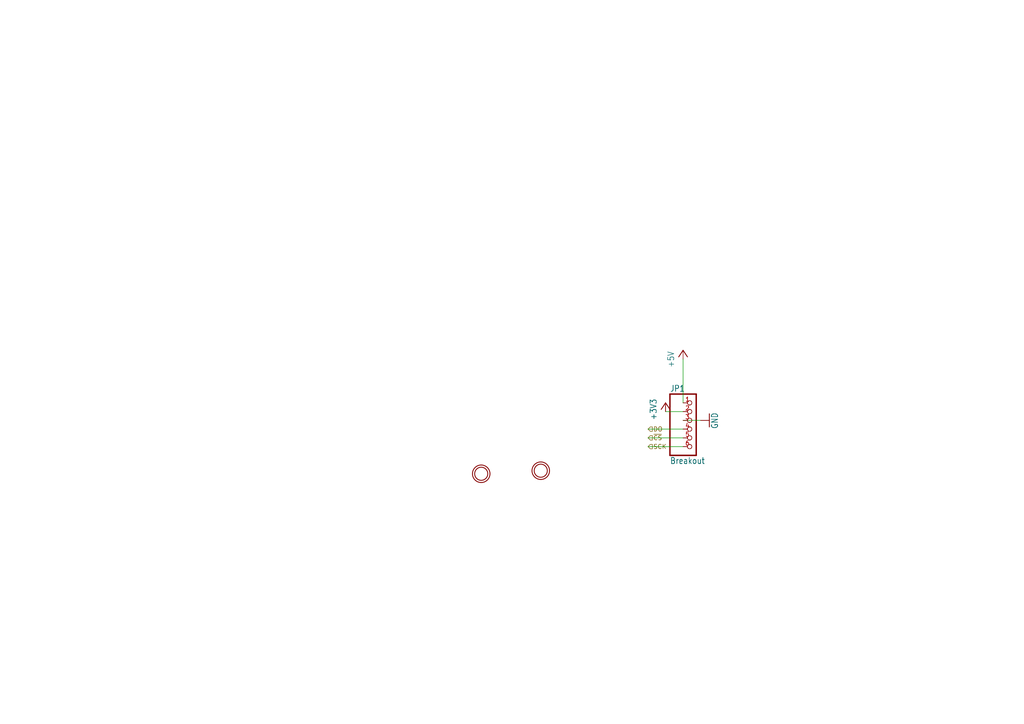
<source format=kicad_sch>
(kicad_sch (version 20230121) (generator eeschema)
  (paper "A4")
  (lib_symbols
    (symbol "Control v1-eagle-import:+3V3" (power)
      (property "Value" "+3V3" (at -2.54 -5.08 90))
      (symbol "+3V3_1_0"
        (polyline (pts (xy 0 0) (xy -1.27 -1.905)) (stroke (width 0.254)))
        (polyline (pts (xy 1.27 -1.905) (xy 0 0)) (stroke (width 0.254)))
        (pin power_in line (at 0 -2.54 90) (length 2.54) (name "+3V3") (number "1"))
      )
    )
    (symbol "Control v1-eagle-import:+5V" (power)
      (property "Value" "+5V" (at -2.54 -5.08 90))
      (symbol "+5V_1_0"
        (polyline (pts (xy 0 0) (xy -1.27 -1.905)) (stroke (width 0.254)))
        (polyline (pts (xy 1.27 -1.905) (xy 0 0)) (stroke (width 0.254)))
        (pin power_in line (at 0 -2.54 90) (length 2.54) (name "+5V") (number "1"))
      )
    )
    (symbol "Control v1-eagle-import:HEADER-1X676MIL"
      (property "Reference" "JP" (at -6.35 10.795 0))
      (symbol "HEADER-1X676MIL_1_0"
        (polyline (pts (xy -6.35 -7.62) (xy 1.27 -7.62)) (stroke (width 0.4064)))
        (polyline (pts (xy -6.35 10.16) (xy -6.35 -7.62)) (stroke (width 0.4064)))
        (polyline (pts (xy 1.27 -7.62) (xy 1.27 10.16)) (stroke (width 0.4064)))
        (polyline (pts (xy 1.27 10.16) (xy -6.35 10.16)) (stroke (width 0.4064)))
        (pin passive inverted (at -2.54 7.62 0) (length 2.54) (name "1") (number "1"))
        (pin passive inverted (at -2.54 5.08 0) (length 2.54) (name "2") (number "2"))
        (pin passive inverted (at -2.54 2.54 0) (length 2.54) (name "3") (number "3"))
        (pin passive inverted (at -2.54 0 0) (length 2.54) (name "4") (number "4"))
        (pin passive inverted (at -2.54 -2.54 0) (length 2.54) (name "5") (number "5"))
        (pin passive inverted (at -2.54 -5.08 0) (length 2.54) (name "6") (number "6"))
      )
    )
    (symbol "Control v1-eagle-import:microbuilder_MOUNTINGHOLE2.0"
      (symbol "microbuilder_MOUNTINGHOLE2.0_1_0"
        (circle (center 0 0) (radius 1.905) (stroke (width 0.254)))
        (circle (center 0 0) (radius 2.54) (stroke (width 0.254)))
      )
    )
    (symbol "Control v1-eagle-import:supply1_GND" (power)
      (property "Value" "supply1_GND" (at -2.54 -2.54 0))
      (symbol "supply1_GND_1_0"
        (polyline (pts (xy -1.905 0) (xy 1.905 0)) (stroke (width 0.254)))
        (pin power_in line (at 0 2.54 270) (length 2.54) (name "GND") (number "1"))
      )
    )
  )
  (wire (pts (xy 193.04 119.38) (xy 198.12 119.38)) (stroke (width 0.1524)))
  (wire (pts (xy 187.96 124.46) (xy 198.12 124.46)) (stroke (width 0.1524)))
  (wire (pts (xy 203.2 121.92) (xy 198.12 121.92)) (stroke (width 0.1524)))
  (wire (pts (xy 187.96 127) (xy 198.12 127)) (stroke (width 0.1524)))
  (wire (pts (xy 198.12 104.14) (xy 198.12 116.84)) (stroke (width 0.1524)))
  (wire (pts (xy 187.96 129.54) (xy 198.12 129.54)) (stroke (width 0.1524)))
  (hierarchical_label "SCK" (shape input) (at 187.96 129.54 0))
  (hierarchical_label "DO" (shape input) (at 187.96 124.46 0))
  (hierarchical_label "~{CS}" (shape input) (at 187.96 127 0))
  (symbol (lib_id "Control v1-eagle-import:+3V3") (at 193.04 116.84 0) (unit 1)
    (property "Reference" "#+3V1" (effects hide))
    (property "Value" "+3V3" (at 190.5 121.92 90) (effects (font (size 1.778 1.5113)) (justify left bottom)))
  )
  (symbol (lib_id "Control v1-eagle-import:microbuilder_MOUNTINGHOLE2.0") (at 139.573 137.414 0) (unit 1)
    (property "Reference" "U$4" (effects hide))
    (property "Value" "MOUNTINGHOLE2.0" (effects hide))
    (property "Footprint" "Control v1:MOUNTINGHOLE_2.0_PLATED" (effects hide))
  )
  (symbol (lib_id "Control v1-eagle-import:+5V") (at 198.12 101.6 0) (unit 1)
    (property "Reference" "#P+2" (effects hide))
    (property "Value" "+5V" (at 195.58 106.68 90) (effects (font (size 1.778 1.5113)) (justify left bottom)))
  )
  (symbol (lib_id "Control v1-eagle-import:supply1_GND") (at 205.74 121.92 90) (unit 1)
    (property "Reference" "#GND3" (effects hide))
    (property "Value" "GND" (at 208.28 124.46 0) (effects (font (size 1.778 1.5113)) (justify left bottom)))
  )
  (symbol (lib_id "Control v1-eagle-import:microbuilder_MOUNTINGHOLE2.0") (at 156.845 136.525 0) (unit 1)
    (property "Reference" "U$5" (effects hide))
    (property "Value" "MOUNTINGHOLE2.0" (effects hide))
    (property "Footprint" "Control v1:MOUNTINGHOLE_2.0_PLATED" (effects hide))
  )
  (symbol (lib_id "Control v1-eagle-import:HEADER-1X676MIL") (at 200.66 124.46 0) (unit 1)
    (property "Reference" "JP1" (at 194.31 113.665 0) (effects (font (size 1.778 1.5113)) (justify left bottom)))
    (property "Value" "Breakout" (at 194.31 134.62 0) (effects (font (size 1.778 1.5113)) (justify left bottom)))
    (property "Footprint" "Control v1:1X06_ROUND_76" (effects hide))
  )
)
</source>
